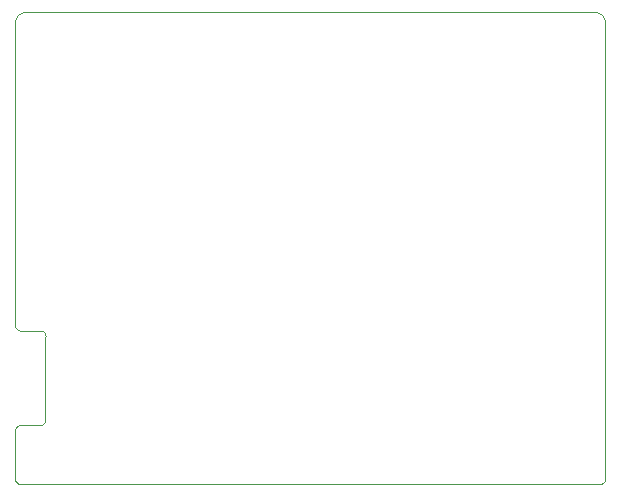
<source format=gko>
G75*
%MOIN*%
%OFA0B0*%
%FSLAX24Y24*%
%IPPOS*%
%LPD*%
%AMOC8*
5,1,8,0,0,1.08239X$1,22.5*
%
%ADD10C,0.0000*%
D10*
X011877Y007941D02*
X011877Y009516D01*
X011876Y009516D02*
X011878Y009542D01*
X011883Y009567D01*
X011891Y009591D01*
X011902Y009615D01*
X011917Y009636D01*
X011934Y009655D01*
X011953Y009672D01*
X011975Y009687D01*
X011998Y009698D01*
X012022Y009706D01*
X012047Y009711D01*
X012073Y009713D01*
X012703Y009713D01*
X012703Y009712D02*
X012729Y009714D01*
X012754Y009719D01*
X012778Y009727D01*
X012802Y009738D01*
X012823Y009753D01*
X012842Y009770D01*
X012859Y009789D01*
X012874Y009811D01*
X012885Y009834D01*
X012893Y009858D01*
X012898Y009883D01*
X012900Y009909D01*
X012900Y012665D01*
X012901Y012691D01*
X012898Y012716D01*
X012892Y012741D01*
X012882Y012764D01*
X012870Y012786D01*
X012854Y012806D01*
X012835Y012823D01*
X012814Y012838D01*
X012792Y012849D01*
X012768Y012857D01*
X012743Y012862D01*
X012073Y012862D01*
X012047Y012864D01*
X012022Y012869D01*
X011998Y012877D01*
X011975Y012888D01*
X011953Y012903D01*
X011934Y012920D01*
X011917Y012939D01*
X011902Y012961D01*
X011891Y012984D01*
X011883Y013008D01*
X011878Y013033D01*
X011876Y013059D01*
X011877Y013059D02*
X011877Y023098D01*
X011876Y023098D02*
X011878Y023137D01*
X011884Y023175D01*
X011893Y023212D01*
X011906Y023249D01*
X011923Y023284D01*
X011942Y023317D01*
X011965Y023348D01*
X011991Y023377D01*
X012020Y023403D01*
X012051Y023426D01*
X012084Y023445D01*
X012119Y023462D01*
X012156Y023475D01*
X012193Y023484D01*
X012231Y023490D01*
X012270Y023492D01*
X031168Y023492D01*
X031207Y023490D01*
X031245Y023484D01*
X031282Y023475D01*
X031319Y023462D01*
X031354Y023445D01*
X031387Y023426D01*
X031418Y023403D01*
X031447Y023377D01*
X031473Y023348D01*
X031496Y023317D01*
X031515Y023284D01*
X031532Y023249D01*
X031545Y023212D01*
X031554Y023175D01*
X031560Y023137D01*
X031562Y023098D01*
X031562Y007941D01*
X031560Y007915D01*
X031555Y007890D01*
X031547Y007866D01*
X031536Y007843D01*
X031521Y007821D01*
X031504Y007802D01*
X031485Y007785D01*
X031464Y007770D01*
X031440Y007759D01*
X031416Y007751D01*
X031391Y007746D01*
X031365Y007744D01*
X012073Y007744D01*
X012047Y007746D01*
X012022Y007751D01*
X011998Y007759D01*
X011975Y007770D01*
X011953Y007785D01*
X011934Y007802D01*
X011917Y007821D01*
X011902Y007843D01*
X011891Y007866D01*
X011883Y007890D01*
X011878Y007915D01*
X011876Y007941D01*
M02*

</source>
